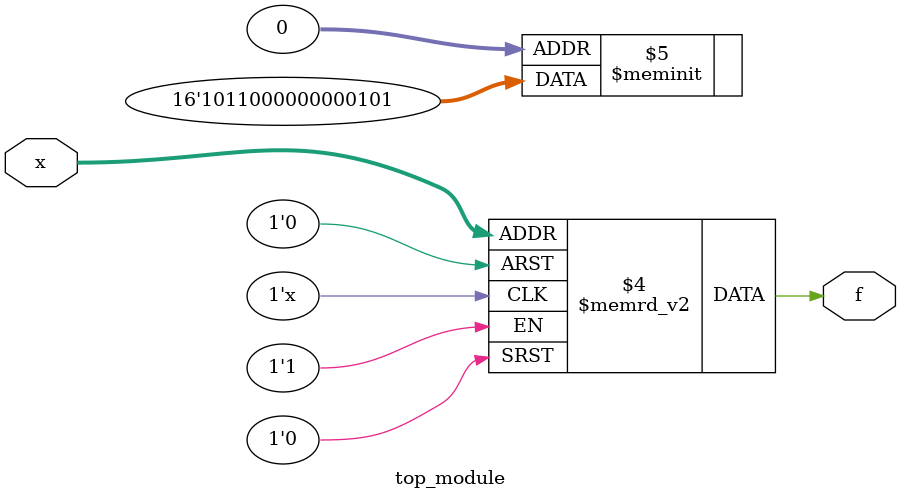
<source format=sv>
module top_module (
	input [4:1] x,
	output logic f
);

    always_comb begin
        case(x)
            4'b0000: f = 1'b1;
            4'b0001: f = 1'b0;
            4'b0011: f = 1'b0;
            4'b0010: f = 1'b1;
            4'b1100: f = 1'b1;
            4'b1101: f = 1'b1;
            4'b1111: f = 1'b1;
            4'b1110: f = 1'b0;
            default: f = 1'b0;
        endcase
    end

endmodule

</source>
